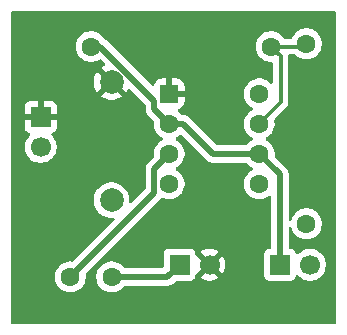
<source format=gbr>
%TF.GenerationSoftware,KiCad,Pcbnew,9.0.6*%
%TF.CreationDate,2026-01-01T03:20:53+05:30*%
%TF.ProjectId,Stem_Toy,5374656d-5f54-46f7-992e-6b696361645f,rev?*%
%TF.SameCoordinates,Original*%
%TF.FileFunction,Copper,L2,Bot*%
%TF.FilePolarity,Positive*%
%FSLAX46Y46*%
G04 Gerber Fmt 4.6, Leading zero omitted, Abs format (unit mm)*
G04 Created by KiCad (PCBNEW 9.0.6) date 2026-01-01 03:20:53*
%MOMM*%
%LPD*%
G01*
G04 APERTURE LIST*
G04 Aperture macros list*
%AMRoundRect*
0 Rectangle with rounded corners*
0 $1 Rounding radius*
0 $2 $3 $4 $5 $6 $7 $8 $9 X,Y pos of 4 corners*
0 Add a 4 corners polygon primitive as box body*
4,1,4,$2,$3,$4,$5,$6,$7,$8,$9,$2,$3,0*
0 Add four circle primitives for the rounded corners*
1,1,$1+$1,$2,$3*
1,1,$1+$1,$4,$5*
1,1,$1+$1,$6,$7*
1,1,$1+$1,$8,$9*
0 Add four rect primitives between the rounded corners*
20,1,$1+$1,$2,$3,$4,$5,0*
20,1,$1+$1,$4,$5,$6,$7,0*
20,1,$1+$1,$6,$7,$8,$9,0*
20,1,$1+$1,$8,$9,$2,$3,0*%
G04 Aperture macros list end*
%TA.AperFunction,ComponentPad*%
%ADD10C,1.700000*%
%TD*%
%TA.AperFunction,ComponentPad*%
%ADD11R,1.700000X1.700000*%
%TD*%
%TA.AperFunction,ComponentPad*%
%ADD12C,1.600000*%
%TD*%
%TA.AperFunction,ComponentPad*%
%ADD13RoundRect,0.250000X-0.550000X-0.550000X0.550000X-0.550000X0.550000X0.550000X-0.550000X0.550000X0*%
%TD*%
%TA.AperFunction,ComponentPad*%
%ADD14C,2.000000*%
%TD*%
%TA.AperFunction,Conductor*%
%ADD15C,0.500000*%
%TD*%
%TA.AperFunction,Conductor*%
%ADD16C,0.300000*%
%TD*%
G04 APERTURE END LIST*
D10*
%TO.P,TP3,2,2*%
%TO.N,Net-(C1-Pad1)*%
X112290000Y-107475000D03*
D11*
%TO.P,TP3,1,1*%
%TO.N,/TR*%
X109750000Y-107475000D03*
%TD*%
D10*
%TO.P,TP2,2,2*%
%TO.N,GND*%
X103790000Y-107475000D03*
D11*
%TO.P,TP2,1,1*%
%TO.N,Net-(C2-Pad2)*%
X101250000Y-107475000D03*
%TD*%
%TO.P,+BAT-,1,1*%
%TO.N,GND*%
X89500000Y-94960000D03*
D10*
%TO.P,+BAT-,2,2*%
%TO.N,VCC*%
X89500000Y-97500000D03*
%TD*%
D12*
%TO.P,IC 555,8,VCC*%
%TO.N,VCC*%
X108000000Y-93000000D03*
%TO.P,IC 555,7,DIS*%
%TO.N,/DIS*%
X108000000Y-95540000D03*
%TO.P,IC 555,6,THR*%
%TO.N,/TR*%
X108000000Y-98080000D03*
%TO.P,IC 555,5,CV*%
%TO.N,unconnected-(U1-CV-Pad5)*%
X108000000Y-100620000D03*
%TO.P,IC 555,4,R*%
%TO.N,VCC*%
X100380000Y-100620000D03*
%TO.P,IC 555,3,Q*%
%TO.N,/OUt*%
X100380000Y-98080000D03*
%TO.P,IC 555,2,TR*%
%TO.N,/TR*%
X100380000Y-95540000D03*
D13*
%TO.P,IC 555,1,GND*%
%TO.N,GND*%
X100380000Y-93000000D03*
%TD*%
D14*
%TO.P,1nF,2*%
%TO.N,GND*%
X95500000Y-92000000D03*
%TO.P,1nF,1*%
%TO.N,Net-(C1-Pad1)*%
X95500000Y-102000000D03*
%TD*%
D12*
%TO.P,10K,2*%
%TO.N,/DIS*%
X112000000Y-88760000D03*
%TO.P,10K,1*%
%TO.N,VCC*%
X112000000Y-104000000D03*
%TD*%
%TO.P,100uF,2*%
%TO.N,Net-(C2-Pad2)*%
X95500000Y-108500000D03*
%TO.P,100uF,1*%
%TO.N,/OUt*%
X92000000Y-108500000D03*
%TD*%
%TO.P,1K,2*%
%TO.N,/TR*%
X93760000Y-89000000D03*
%TO.P,1K,1*%
%TO.N,/DIS*%
X109000000Y-89000000D03*
%TD*%
D15*
%TO.N,Net-(C2-Pad2)*%
X100225000Y-108500000D02*
X101250000Y-107475000D01*
X95500000Y-108500000D02*
X100225000Y-108500000D01*
%TO.N,/OUt*%
X99129000Y-99331000D02*
X100380000Y-98080000D01*
X99129000Y-101371000D02*
X99129000Y-99331000D01*
X92000000Y-108500000D02*
X99129000Y-101371000D01*
D16*
%TO.N,/DIS*%
X111760000Y-89000000D02*
X112000000Y-88760000D01*
X109000000Y-89000000D02*
X111760000Y-89000000D01*
X109799999Y-93740001D02*
X108000000Y-95540000D01*
X109799999Y-89799999D02*
X109799999Y-93740001D01*
X109000000Y-89000000D02*
X109799999Y-89799999D01*
D15*
%TO.N,/TR*%
X109750000Y-99830000D02*
X109750000Y-107475000D01*
X108000000Y-98080000D02*
X109750000Y-99830000D01*
X104080000Y-98080000D02*
X108000000Y-98080000D01*
X101540000Y-95540000D02*
X104080000Y-98080000D01*
X100380000Y-95540000D02*
X101540000Y-95540000D01*
X99129000Y-94289000D02*
X100380000Y-95540000D01*
X94552024Y-89000000D02*
X99129000Y-93576976D01*
X99129000Y-93576976D02*
X99129000Y-94289000D01*
X93760000Y-89000000D02*
X94552024Y-89000000D01*
%TD*%
%TA.AperFunction,Conductor*%
%TO.N,GND*%
G36*
X114442539Y-86020185D02*
G01*
X114488294Y-86072989D01*
X114499500Y-86124500D01*
X114499500Y-112375500D01*
X114479815Y-112442539D01*
X114427011Y-112488294D01*
X114375500Y-112499500D01*
X87124500Y-112499500D01*
X87057461Y-112479815D01*
X87011706Y-112427011D01*
X87000500Y-112375500D01*
X87000500Y-108397648D01*
X90699500Y-108397648D01*
X90699500Y-108602351D01*
X90731522Y-108804534D01*
X90794781Y-108999223D01*
X90887715Y-109181613D01*
X91008028Y-109347213D01*
X91152786Y-109491971D01*
X91307749Y-109604556D01*
X91318390Y-109612287D01*
X91434607Y-109671503D01*
X91500776Y-109705218D01*
X91500778Y-109705218D01*
X91500781Y-109705220D01*
X91605137Y-109739127D01*
X91695465Y-109768477D01*
X91796557Y-109784488D01*
X91897648Y-109800500D01*
X91897649Y-109800500D01*
X92102351Y-109800500D01*
X92102352Y-109800500D01*
X92304534Y-109768477D01*
X92499219Y-109705220D01*
X92681610Y-109612287D01*
X92774590Y-109544732D01*
X92847213Y-109491971D01*
X92847215Y-109491968D01*
X92847219Y-109491966D01*
X92991966Y-109347219D01*
X92991968Y-109347215D01*
X92991971Y-109347213D01*
X93062236Y-109250500D01*
X93112287Y-109181610D01*
X93205220Y-108999219D01*
X93268477Y-108804534D01*
X93300500Y-108602352D01*
X93300500Y-108397648D01*
X94199500Y-108397648D01*
X94199500Y-108602351D01*
X94231522Y-108804534D01*
X94294781Y-108999223D01*
X94387715Y-109181613D01*
X94508028Y-109347213D01*
X94652786Y-109491971D01*
X94807749Y-109604556D01*
X94818390Y-109612287D01*
X94934607Y-109671503D01*
X95000776Y-109705218D01*
X95000778Y-109705218D01*
X95000781Y-109705220D01*
X95105137Y-109739127D01*
X95195465Y-109768477D01*
X95296557Y-109784488D01*
X95397648Y-109800500D01*
X95397649Y-109800500D01*
X95602351Y-109800500D01*
X95602352Y-109800500D01*
X95804534Y-109768477D01*
X95999219Y-109705220D01*
X96181610Y-109612287D01*
X96274590Y-109544732D01*
X96347213Y-109491971D01*
X96347215Y-109491968D01*
X96347219Y-109491966D01*
X96491966Y-109347219D01*
X96494650Y-109343524D01*
X96525100Y-109301615D01*
X96580429Y-109258949D01*
X96625418Y-109250500D01*
X100298920Y-109250500D01*
X100396462Y-109231096D01*
X100443913Y-109221658D01*
X100580495Y-109165084D01*
X100629729Y-109132186D01*
X100703416Y-109082952D01*
X100924549Y-108861817D01*
X100985872Y-108828333D01*
X101012230Y-108825499D01*
X102147871Y-108825499D01*
X102147872Y-108825499D01*
X102207483Y-108819091D01*
X102342331Y-108768796D01*
X102457546Y-108682546D01*
X102543796Y-108567331D01*
X102594091Y-108432483D01*
X102600500Y-108372873D01*
X102600499Y-108348979D01*
X102603330Y-108335963D01*
X102613940Y-108316525D01*
X102620179Y-108295275D01*
X102636803Y-108274643D01*
X102636808Y-108274636D01*
X102636811Y-108274634D01*
X102636818Y-108274626D01*
X103307037Y-107604408D01*
X103324075Y-107667993D01*
X103389901Y-107782007D01*
X103482993Y-107875099D01*
X103597007Y-107940925D01*
X103660590Y-107957962D01*
X103028282Y-108590269D01*
X103028282Y-108590270D01*
X103082449Y-108629624D01*
X103271782Y-108726095D01*
X103473870Y-108791757D01*
X103683754Y-108825000D01*
X103896246Y-108825000D01*
X104106127Y-108791757D01*
X104106130Y-108791757D01*
X104308217Y-108726095D01*
X104497554Y-108629622D01*
X104551716Y-108590270D01*
X104551717Y-108590270D01*
X103919408Y-107957962D01*
X103982993Y-107940925D01*
X104097007Y-107875099D01*
X104190099Y-107782007D01*
X104255925Y-107667993D01*
X104272962Y-107604408D01*
X104905270Y-108236717D01*
X104905270Y-108236716D01*
X104944622Y-108182554D01*
X105041095Y-107993217D01*
X105106757Y-107791130D01*
X105106757Y-107791127D01*
X105140000Y-107581246D01*
X105140000Y-107368753D01*
X105106757Y-107158872D01*
X105106757Y-107158869D01*
X105041095Y-106956782D01*
X104944624Y-106767449D01*
X104905270Y-106713282D01*
X104905269Y-106713282D01*
X104272962Y-107345590D01*
X104255925Y-107282007D01*
X104190099Y-107167993D01*
X104097007Y-107074901D01*
X103982993Y-107009075D01*
X103919409Y-106992037D01*
X104551716Y-106359728D01*
X104497550Y-106320375D01*
X104308217Y-106223904D01*
X104106129Y-106158242D01*
X103896246Y-106125000D01*
X103683754Y-106125000D01*
X103473872Y-106158242D01*
X103473869Y-106158242D01*
X103271782Y-106223904D01*
X103082439Y-106320380D01*
X103028282Y-106359727D01*
X103028282Y-106359728D01*
X103660591Y-106992037D01*
X103597007Y-107009075D01*
X103482993Y-107074901D01*
X103389901Y-107167993D01*
X103324075Y-107282007D01*
X103307037Y-107345591D01*
X102636818Y-106675372D01*
X102603333Y-106614049D01*
X102603330Y-106614036D01*
X102600499Y-106601015D01*
X102600499Y-106577128D01*
X102594091Y-106517517D01*
X102565926Y-106442002D01*
X102543798Y-106382673D01*
X102543793Y-106382664D01*
X102457547Y-106267455D01*
X102457544Y-106267452D01*
X102342335Y-106181206D01*
X102342328Y-106181202D01*
X102207482Y-106130908D01*
X102207483Y-106130908D01*
X102147883Y-106124501D01*
X102147881Y-106124500D01*
X102147873Y-106124500D01*
X102147864Y-106124500D01*
X100352129Y-106124500D01*
X100352123Y-106124501D01*
X100292516Y-106130908D01*
X100157671Y-106181202D01*
X100157664Y-106181206D01*
X100042455Y-106267452D01*
X100042452Y-106267455D01*
X99956206Y-106382664D01*
X99956202Y-106382671D01*
X99905908Y-106517517D01*
X99901510Y-106558431D01*
X99899500Y-106577127D01*
X99899500Y-107158872D01*
X99899501Y-107625500D01*
X99879817Y-107692539D01*
X99827013Y-107738294D01*
X99775501Y-107749500D01*
X96625418Y-107749500D01*
X96558379Y-107729815D01*
X96525100Y-107698385D01*
X96491971Y-107652787D01*
X96491967Y-107652782D01*
X96347213Y-107508028D01*
X96181613Y-107387715D01*
X96181612Y-107387714D01*
X96181610Y-107387713D01*
X96124653Y-107358691D01*
X95999223Y-107294781D01*
X95804534Y-107231522D01*
X95629995Y-107203878D01*
X95602352Y-107199500D01*
X95397648Y-107199500D01*
X95373329Y-107203351D01*
X95195465Y-107231522D01*
X95000776Y-107294781D01*
X94818386Y-107387715D01*
X94652786Y-107508028D01*
X94508028Y-107652786D01*
X94387715Y-107818386D01*
X94294781Y-108000776D01*
X94231522Y-108195465D01*
X94199500Y-108397648D01*
X93300500Y-108397648D01*
X93291570Y-108341271D01*
X93291479Y-108340652D01*
X93296240Y-108306683D01*
X93300635Y-108272679D01*
X93301104Y-108271992D01*
X93301179Y-108271459D01*
X93302593Y-108269815D01*
X93326470Y-108234895D01*
X99711951Y-101849416D01*
X99711958Y-101849404D01*
X99712444Y-101848814D01*
X99712789Y-101848578D01*
X99716259Y-101845109D01*
X99716916Y-101845766D01*
X99770183Y-101809470D01*
X99840027Y-101807587D01*
X99864597Y-101816973D01*
X99880781Y-101825220D01*
X99978123Y-101856848D01*
X100075465Y-101888477D01*
X100176557Y-101904488D01*
X100277648Y-101920500D01*
X100277649Y-101920500D01*
X100482351Y-101920500D01*
X100482352Y-101920500D01*
X100684534Y-101888477D01*
X100879219Y-101825220D01*
X101061610Y-101732287D01*
X101176754Y-101648631D01*
X101227213Y-101611971D01*
X101227215Y-101611968D01*
X101227219Y-101611966D01*
X101371966Y-101467219D01*
X101371968Y-101467215D01*
X101371971Y-101467213D01*
X101424732Y-101394590D01*
X101492287Y-101301610D01*
X101585220Y-101119219D01*
X101648477Y-100924534D01*
X101680500Y-100722352D01*
X101680500Y-100517648D01*
X101648477Y-100315466D01*
X101585220Y-100120781D01*
X101585218Y-100120778D01*
X101585218Y-100120776D01*
X101551503Y-100054607D01*
X101492287Y-99938390D01*
X101484556Y-99927749D01*
X101371971Y-99772786D01*
X101227213Y-99628028D01*
X101061614Y-99507715D01*
X101055006Y-99504348D01*
X100968917Y-99460483D01*
X100918123Y-99412511D01*
X100901328Y-99344690D01*
X100923865Y-99278555D01*
X100968917Y-99239516D01*
X101061610Y-99192287D01*
X101171997Y-99112087D01*
X101227213Y-99071971D01*
X101227215Y-99071968D01*
X101227219Y-99071966D01*
X101371966Y-98927219D01*
X101371968Y-98927215D01*
X101371971Y-98927213D01*
X101451865Y-98817246D01*
X101492287Y-98761610D01*
X101585220Y-98579219D01*
X101648477Y-98384534D01*
X101680500Y-98182352D01*
X101680500Y-97977648D01*
X101648477Y-97775466D01*
X101585220Y-97580781D01*
X101585218Y-97580778D01*
X101585218Y-97580776D01*
X101551503Y-97514607D01*
X101492287Y-97398390D01*
X101442236Y-97329500D01*
X101371971Y-97232786D01*
X101227213Y-97088028D01*
X101061614Y-96967715D01*
X101055006Y-96964348D01*
X100968917Y-96920483D01*
X100918123Y-96872511D01*
X100901328Y-96804690D01*
X100923865Y-96738555D01*
X100968917Y-96699516D01*
X101061610Y-96652287D01*
X101105754Y-96620215D01*
X101227213Y-96531971D01*
X101227215Y-96531968D01*
X101227219Y-96531966D01*
X101261227Y-96497957D01*
X101322548Y-96464472D01*
X101392240Y-96469456D01*
X101436589Y-96497957D01*
X103497048Y-98558415D01*
X103497049Y-98558416D01*
X103593681Y-98655048D01*
X103601585Y-98662952D01*
X103724498Y-98745080D01*
X103724511Y-98745087D01*
X103861082Y-98801656D01*
X103861087Y-98801658D01*
X103861091Y-98801658D01*
X103861092Y-98801659D01*
X104006079Y-98830500D01*
X104006082Y-98830500D01*
X106874582Y-98830500D01*
X106941621Y-98850185D01*
X106974900Y-98881615D01*
X107008028Y-98927212D01*
X107008032Y-98927217D01*
X107152786Y-99071971D01*
X107307749Y-99184556D01*
X107318390Y-99192287D01*
X107409840Y-99238883D01*
X107411080Y-99239515D01*
X107461876Y-99287490D01*
X107478671Y-99355311D01*
X107456134Y-99421446D01*
X107411080Y-99460485D01*
X107318386Y-99507715D01*
X107152786Y-99628028D01*
X107008028Y-99772786D01*
X106887715Y-99938386D01*
X106794781Y-100120776D01*
X106731522Y-100315465D01*
X106699500Y-100517648D01*
X106699500Y-100722351D01*
X106731522Y-100924534D01*
X106794781Y-101119223D01*
X106887715Y-101301613D01*
X107008028Y-101467213D01*
X107152786Y-101611971D01*
X107255816Y-101686825D01*
X107318390Y-101732287D01*
X107434607Y-101791503D01*
X107500776Y-101825218D01*
X107500778Y-101825218D01*
X107500781Y-101825220D01*
X107605137Y-101859127D01*
X107695465Y-101888477D01*
X107796557Y-101904488D01*
X107897648Y-101920500D01*
X107897649Y-101920500D01*
X108102351Y-101920500D01*
X108102352Y-101920500D01*
X108304534Y-101888477D01*
X108499219Y-101825220D01*
X108681610Y-101732287D01*
X108753451Y-101680091D01*
X108802615Y-101644373D01*
X108868421Y-101620893D01*
X108936475Y-101636719D01*
X108985170Y-101686825D01*
X108999500Y-101744691D01*
X108999500Y-106000500D01*
X108979815Y-106067539D01*
X108927011Y-106113294D01*
X108875505Y-106124500D01*
X108852132Y-106124500D01*
X108852123Y-106124501D01*
X108792516Y-106130908D01*
X108657671Y-106181202D01*
X108657664Y-106181206D01*
X108542455Y-106267452D01*
X108542452Y-106267455D01*
X108456206Y-106382664D01*
X108456202Y-106382671D01*
X108405908Y-106517517D01*
X108399501Y-106577116D01*
X108399500Y-106577135D01*
X108399500Y-108372870D01*
X108399501Y-108372876D01*
X108405908Y-108432483D01*
X108456202Y-108567328D01*
X108456206Y-108567335D01*
X108542452Y-108682544D01*
X108542455Y-108682547D01*
X108657664Y-108768793D01*
X108657671Y-108768797D01*
X108792517Y-108819091D01*
X108792516Y-108819091D01*
X108799444Y-108819835D01*
X108852127Y-108825500D01*
X110647872Y-108825499D01*
X110707483Y-108819091D01*
X110842331Y-108768796D01*
X110957546Y-108682546D01*
X111043796Y-108567331D01*
X111092810Y-108435916D01*
X111134681Y-108379984D01*
X111200145Y-108355566D01*
X111268418Y-108370417D01*
X111296673Y-108391569D01*
X111410213Y-108505109D01*
X111582179Y-108630048D01*
X111582181Y-108630049D01*
X111582184Y-108630051D01*
X111771588Y-108726557D01*
X111973757Y-108792246D01*
X112183713Y-108825500D01*
X112183714Y-108825500D01*
X112396286Y-108825500D01*
X112396287Y-108825500D01*
X112606243Y-108792246D01*
X112808412Y-108726557D01*
X112997816Y-108630051D01*
X113084138Y-108567335D01*
X113169786Y-108505109D01*
X113169788Y-108505106D01*
X113169792Y-108505104D01*
X113320104Y-108354792D01*
X113320106Y-108354788D01*
X113320109Y-108354786D01*
X113445048Y-108182820D01*
X113445047Y-108182820D01*
X113445051Y-108182816D01*
X113541557Y-107993412D01*
X113607246Y-107791243D01*
X113640500Y-107581287D01*
X113640500Y-107368713D01*
X113607246Y-107158757D01*
X113541557Y-106956588D01*
X113445051Y-106767184D01*
X113445049Y-106767181D01*
X113445048Y-106767179D01*
X113320109Y-106595213D01*
X113169786Y-106444890D01*
X112997820Y-106319951D01*
X112808414Y-106223444D01*
X112808413Y-106223443D01*
X112808412Y-106223443D01*
X112606243Y-106157754D01*
X112606241Y-106157753D01*
X112606240Y-106157753D01*
X112444957Y-106132208D01*
X112396287Y-106124500D01*
X112183713Y-106124500D01*
X112135042Y-106132208D01*
X111973760Y-106157753D01*
X111771585Y-106223444D01*
X111582179Y-106319951D01*
X111410215Y-106444889D01*
X111296673Y-106558431D01*
X111235350Y-106591915D01*
X111165658Y-106586931D01*
X111109725Y-106545059D01*
X111092810Y-106514082D01*
X111043797Y-106382671D01*
X111043793Y-106382664D01*
X110957547Y-106267455D01*
X110957544Y-106267452D01*
X110842335Y-106181206D01*
X110842328Y-106181202D01*
X110707482Y-106130908D01*
X110707483Y-106130908D01*
X110647883Y-106124501D01*
X110647881Y-106124500D01*
X110647873Y-106124500D01*
X110647865Y-106124500D01*
X110624500Y-106124500D01*
X110557461Y-106104815D01*
X110511706Y-106052011D01*
X110500500Y-106000500D01*
X110500500Y-104376424D01*
X110520185Y-104309385D01*
X110572989Y-104263630D01*
X110642147Y-104253686D01*
X110705703Y-104282711D01*
X110742431Y-104338106D01*
X110794781Y-104499221D01*
X110887715Y-104681613D01*
X111008028Y-104847213D01*
X111152786Y-104991971D01*
X111307749Y-105104556D01*
X111318390Y-105112287D01*
X111434607Y-105171503D01*
X111500776Y-105205218D01*
X111500778Y-105205218D01*
X111500781Y-105205220D01*
X111605137Y-105239127D01*
X111695465Y-105268477D01*
X111796557Y-105284488D01*
X111897648Y-105300500D01*
X111897649Y-105300500D01*
X112102351Y-105300500D01*
X112102352Y-105300500D01*
X112304534Y-105268477D01*
X112499219Y-105205220D01*
X112681610Y-105112287D01*
X112774590Y-105044732D01*
X112847213Y-104991971D01*
X112847215Y-104991968D01*
X112847219Y-104991966D01*
X112991966Y-104847219D01*
X112991968Y-104847215D01*
X112991971Y-104847213D01*
X113044732Y-104774590D01*
X113112287Y-104681610D01*
X113205220Y-104499219D01*
X113268477Y-104304534D01*
X113300500Y-104102352D01*
X113300500Y-103897648D01*
X113268477Y-103695465D01*
X113205218Y-103500776D01*
X113155912Y-103404009D01*
X113112287Y-103318390D01*
X113086824Y-103283343D01*
X112991971Y-103152786D01*
X112847213Y-103008028D01*
X112681613Y-102887715D01*
X112681612Y-102887714D01*
X112681610Y-102887713D01*
X112624653Y-102858691D01*
X112499223Y-102794781D01*
X112304534Y-102731522D01*
X112129995Y-102703878D01*
X112102352Y-102699500D01*
X111897648Y-102699500D01*
X111873329Y-102703351D01*
X111695465Y-102731522D01*
X111500776Y-102794781D01*
X111318386Y-102887715D01*
X111152786Y-103008028D01*
X111008028Y-103152786D01*
X110887715Y-103318386D01*
X110794781Y-103500776D01*
X110742431Y-103661894D01*
X110702993Y-103719569D01*
X110638634Y-103746767D01*
X110569788Y-103734852D01*
X110518312Y-103687608D01*
X110500500Y-103623575D01*
X110500500Y-99756079D01*
X110488166Y-99694075D01*
X110488165Y-99694074D01*
X110486658Y-99686494D01*
X110471659Y-99611088D01*
X110415701Y-99475995D01*
X110415327Y-99474870D01*
X110415084Y-99474506D01*
X110415084Y-99474505D01*
X110368587Y-99404917D01*
X110350769Y-99378250D01*
X110332954Y-99351586D01*
X109326473Y-98345105D01*
X109292988Y-98283782D01*
X109291681Y-98238026D01*
X109300500Y-98182352D01*
X109300500Y-97977648D01*
X109268477Y-97775466D01*
X109205220Y-97580781D01*
X109205218Y-97580778D01*
X109205218Y-97580776D01*
X109171503Y-97514607D01*
X109112287Y-97398390D01*
X109062236Y-97329500D01*
X108991971Y-97232786D01*
X108847213Y-97088028D01*
X108681614Y-96967715D01*
X108675006Y-96964348D01*
X108588917Y-96920483D01*
X108538123Y-96872511D01*
X108521328Y-96804690D01*
X108543865Y-96738555D01*
X108588917Y-96699516D01*
X108681610Y-96652287D01*
X108725754Y-96620215D01*
X108847213Y-96531971D01*
X108847215Y-96531968D01*
X108847219Y-96531966D01*
X108991966Y-96387219D01*
X108991968Y-96387215D01*
X108991971Y-96387213D01*
X109053574Y-96302422D01*
X109112287Y-96221610D01*
X109205220Y-96039219D01*
X109268477Y-95844534D01*
X109300500Y-95642352D01*
X109300500Y-95437648D01*
X109288217Y-95360099D01*
X109272345Y-95259887D01*
X109281300Y-95190594D01*
X109307137Y-95152808D01*
X110305271Y-94154675D01*
X110305272Y-94154674D01*
X110305272Y-94154673D01*
X110305276Y-94154670D01*
X110376464Y-94048128D01*
X110425500Y-93929745D01*
X110437559Y-93869124D01*
X110438201Y-93865895D01*
X110438201Y-93865893D01*
X110450499Y-93804071D01*
X110450499Y-89774500D01*
X110470184Y-89707461D01*
X110522988Y-89661706D01*
X110574499Y-89650500D01*
X110999953Y-89650500D01*
X111066992Y-89670185D01*
X111087634Y-89686819D01*
X111152786Y-89751971D01*
X111307749Y-89864556D01*
X111318390Y-89872287D01*
X111434607Y-89931503D01*
X111500776Y-89965218D01*
X111500778Y-89965218D01*
X111500781Y-89965220D01*
X111583097Y-89991966D01*
X111695465Y-90028477D01*
X111795979Y-90044397D01*
X111897648Y-90060500D01*
X111897649Y-90060500D01*
X112102351Y-90060500D01*
X112102352Y-90060500D01*
X112304534Y-90028477D01*
X112499219Y-89965220D01*
X112681610Y-89872287D01*
X112774590Y-89804732D01*
X112847213Y-89751971D01*
X112847215Y-89751968D01*
X112847219Y-89751966D01*
X112991966Y-89607219D01*
X112991968Y-89607215D01*
X112991971Y-89607213D01*
X113070432Y-89499219D01*
X113112287Y-89441610D01*
X113205220Y-89259219D01*
X113268477Y-89064534D01*
X113300500Y-88862352D01*
X113300500Y-88657648D01*
X113268477Y-88455466D01*
X113205220Y-88260781D01*
X113205218Y-88260777D01*
X113205218Y-88260776D01*
X113171503Y-88194607D01*
X113112287Y-88078390D01*
X113061171Y-88008034D01*
X112991971Y-87912786D01*
X112847213Y-87768028D01*
X112681613Y-87647715D01*
X112681612Y-87647714D01*
X112681610Y-87647713D01*
X112624653Y-87618691D01*
X112499223Y-87554781D01*
X112304534Y-87491522D01*
X112129995Y-87463878D01*
X112102352Y-87459500D01*
X111897648Y-87459500D01*
X111873329Y-87463351D01*
X111695465Y-87491522D01*
X111500776Y-87554781D01*
X111318386Y-87647715D01*
X111152786Y-87768028D01*
X111008028Y-87912786D01*
X110887715Y-88078386D01*
X110794781Y-88260777D01*
X110793791Y-88263826D01*
X110793100Y-88264835D01*
X110792919Y-88265274D01*
X110792826Y-88265235D01*
X110754349Y-88321499D01*
X110689989Y-88348693D01*
X110675862Y-88349500D01*
X110198071Y-88349500D01*
X110131032Y-88329815D01*
X110097754Y-88298386D01*
X109991966Y-88152781D01*
X109847219Y-88008034D01*
X109847213Y-88008028D01*
X109681613Y-87887715D01*
X109681612Y-87887714D01*
X109681610Y-87887713D01*
X109624653Y-87858691D01*
X109499223Y-87794781D01*
X109304534Y-87731522D01*
X109129995Y-87703878D01*
X109102352Y-87699500D01*
X108897648Y-87699500D01*
X108873329Y-87703351D01*
X108695465Y-87731522D01*
X108500776Y-87794781D01*
X108318386Y-87887715D01*
X108152786Y-88008028D01*
X108008028Y-88152786D01*
X107887715Y-88318386D01*
X107794781Y-88500776D01*
X107731522Y-88695465D01*
X107699500Y-88897648D01*
X107699500Y-89102351D01*
X107731522Y-89304534D01*
X107794781Y-89499223D01*
X107849806Y-89607213D01*
X107877571Y-89661706D01*
X107887715Y-89681613D01*
X108008028Y-89847213D01*
X108152786Y-89991971D01*
X108278309Y-90083167D01*
X108318390Y-90112287D01*
X108434607Y-90171503D01*
X108500776Y-90205218D01*
X108500778Y-90205218D01*
X108500781Y-90205220D01*
X108605137Y-90239127D01*
X108695465Y-90268477D01*
X108796557Y-90284488D01*
X108897648Y-90300500D01*
X108897649Y-90300500D01*
X109025499Y-90300500D01*
X109092538Y-90320185D01*
X109138293Y-90372989D01*
X109149499Y-90424500D01*
X109149499Y-92010952D01*
X109129814Y-92077991D01*
X109077010Y-92123746D01*
X109007852Y-92133690D01*
X108944296Y-92104665D01*
X108937818Y-92098633D01*
X108847213Y-92008028D01*
X108681613Y-91887715D01*
X108681612Y-91887714D01*
X108681610Y-91887713D01*
X108622675Y-91857684D01*
X108499223Y-91794781D01*
X108304534Y-91731522D01*
X108129995Y-91703878D01*
X108102352Y-91699500D01*
X107897648Y-91699500D01*
X107873329Y-91703351D01*
X107695465Y-91731522D01*
X107500776Y-91794781D01*
X107318386Y-91887715D01*
X107152786Y-92008028D01*
X107008028Y-92152786D01*
X106887715Y-92318386D01*
X106794781Y-92500776D01*
X106731522Y-92695465D01*
X106699500Y-92897648D01*
X106699500Y-93102351D01*
X106731522Y-93304534D01*
X106794781Y-93499223D01*
X106887715Y-93681613D01*
X107008028Y-93847213D01*
X107152786Y-93991971D01*
X107307749Y-94104556D01*
X107318390Y-94112287D01*
X107401571Y-94154670D01*
X107411080Y-94159515D01*
X107461876Y-94207490D01*
X107478671Y-94275311D01*
X107456134Y-94341446D01*
X107411080Y-94380485D01*
X107318386Y-94427715D01*
X107152786Y-94548028D01*
X107152782Y-94548032D01*
X107008034Y-94692781D01*
X107008032Y-94692783D01*
X106887715Y-94858386D01*
X106794781Y-95040776D01*
X106731522Y-95235465D01*
X106699500Y-95437648D01*
X106699500Y-95642351D01*
X106731522Y-95844534D01*
X106794781Y-96039223D01*
X106887715Y-96221613D01*
X107008028Y-96387213D01*
X107152786Y-96531971D01*
X107274246Y-96620215D01*
X107318390Y-96652287D01*
X107409840Y-96698883D01*
X107411080Y-96699515D01*
X107461876Y-96747490D01*
X107478671Y-96815311D01*
X107456134Y-96881446D01*
X107411080Y-96920485D01*
X107318386Y-96967715D01*
X107152786Y-97088028D01*
X107008032Y-97232782D01*
X107008028Y-97232787D01*
X106974900Y-97278385D01*
X106919571Y-97321051D01*
X106874582Y-97329500D01*
X104442229Y-97329500D01*
X104375190Y-97309815D01*
X104354548Y-97293181D01*
X102018421Y-94957052D01*
X102018414Y-94957046D01*
X101944729Y-94907812D01*
X101944729Y-94907813D01*
X101895491Y-94874913D01*
X101758917Y-94818343D01*
X101758907Y-94818340D01*
X101613920Y-94789500D01*
X101613918Y-94789500D01*
X101505418Y-94789500D01*
X101438379Y-94769815D01*
X101405100Y-94738385D01*
X101371968Y-94692783D01*
X101227217Y-94548032D01*
X101227212Y-94548028D01*
X101133051Y-94479616D01*
X101090385Y-94424286D01*
X101084406Y-94354673D01*
X101117012Y-94292878D01*
X101166933Y-94261592D01*
X101249117Y-94234359D01*
X101249124Y-94234356D01*
X101398345Y-94142315D01*
X101522315Y-94018345D01*
X101614356Y-93869124D01*
X101614358Y-93869119D01*
X101669505Y-93702697D01*
X101669506Y-93702690D01*
X101679999Y-93599986D01*
X101680000Y-93599973D01*
X101680000Y-93250000D01*
X100695686Y-93250000D01*
X100700080Y-93245606D01*
X100752741Y-93154394D01*
X100780000Y-93052661D01*
X100780000Y-92947339D01*
X100752741Y-92845606D01*
X100700080Y-92754394D01*
X100695686Y-92750000D01*
X101679999Y-92750000D01*
X101679999Y-92400028D01*
X101679998Y-92400013D01*
X101669505Y-92297302D01*
X101614358Y-92130880D01*
X101614356Y-92130875D01*
X101522315Y-91981654D01*
X101398345Y-91857684D01*
X101249124Y-91765643D01*
X101249119Y-91765641D01*
X101082697Y-91710494D01*
X101082690Y-91710493D01*
X100979986Y-91700000D01*
X100630000Y-91700000D01*
X100630000Y-92684314D01*
X100625606Y-92679920D01*
X100534394Y-92627259D01*
X100432661Y-92600000D01*
X100327339Y-92600000D01*
X100225606Y-92627259D01*
X100134394Y-92679920D01*
X100130000Y-92684314D01*
X100130000Y-91700000D01*
X99780028Y-91700000D01*
X99780012Y-91700001D01*
X99677302Y-91710494D01*
X99510880Y-91765641D01*
X99510875Y-91765643D01*
X99361654Y-91857684D01*
X99237684Y-91981654D01*
X99145643Y-92130875D01*
X99145642Y-92130878D01*
X99108978Y-92241523D01*
X99069205Y-92298967D01*
X99004689Y-92325790D01*
X98935913Y-92313475D01*
X98903591Y-92290199D01*
X95030445Y-88417052D01*
X95030438Y-88417046D01*
X94958349Y-88368878D01*
X94958316Y-88368857D01*
X94956753Y-88367813D01*
X94907519Y-88334916D01*
X94897080Y-88330592D01*
X94888346Y-88325134D01*
X94873522Y-88308458D01*
X94853741Y-88292863D01*
X94751966Y-88152781D01*
X94607219Y-88008034D01*
X94607213Y-88008028D01*
X94441613Y-87887715D01*
X94441612Y-87887714D01*
X94441610Y-87887713D01*
X94384653Y-87858691D01*
X94259223Y-87794781D01*
X94064534Y-87731522D01*
X93889995Y-87703878D01*
X93862352Y-87699500D01*
X93657648Y-87699500D01*
X93633329Y-87703351D01*
X93455465Y-87731522D01*
X93260776Y-87794781D01*
X93078386Y-87887715D01*
X92912786Y-88008028D01*
X92768028Y-88152786D01*
X92647715Y-88318386D01*
X92554781Y-88500776D01*
X92491522Y-88695465D01*
X92459500Y-88897648D01*
X92459500Y-89102351D01*
X92491522Y-89304534D01*
X92554781Y-89499223D01*
X92609806Y-89607213D01*
X92637571Y-89661706D01*
X92647715Y-89681613D01*
X92768028Y-89847213D01*
X92912786Y-89991971D01*
X93038309Y-90083167D01*
X93078390Y-90112287D01*
X93194607Y-90171503D01*
X93260776Y-90205218D01*
X93260778Y-90205218D01*
X93260781Y-90205220D01*
X93365137Y-90239127D01*
X93455465Y-90268477D01*
X93556557Y-90284488D01*
X93657648Y-90300500D01*
X93657649Y-90300500D01*
X93862351Y-90300500D01*
X93862352Y-90300500D01*
X94064534Y-90268477D01*
X94259219Y-90205220D01*
X94441610Y-90112287D01*
X94449367Y-90106650D01*
X94515168Y-90083167D01*
X94583224Y-90098986D01*
X94609939Y-90119283D01*
X94920343Y-90429687D01*
X94953828Y-90491010D01*
X94948844Y-90560702D01*
X94906972Y-90616635D01*
X94888957Y-90627853D01*
X94713830Y-90717084D01*
X94630894Y-90777340D01*
X95370591Y-91517037D01*
X95307007Y-91534075D01*
X95192993Y-91599901D01*
X95099901Y-91692993D01*
X95034075Y-91807007D01*
X95017037Y-91870591D01*
X94277340Y-91130894D01*
X94217084Y-91213830D01*
X94109897Y-91424197D01*
X94036934Y-91648752D01*
X94000000Y-91881947D01*
X94000000Y-92118052D01*
X94036934Y-92351247D01*
X94109897Y-92575802D01*
X94217087Y-92786174D01*
X94277338Y-92869104D01*
X94277340Y-92869105D01*
X95017037Y-92129408D01*
X95034075Y-92192993D01*
X95099901Y-92307007D01*
X95192993Y-92400099D01*
X95307007Y-92465925D01*
X95370590Y-92482962D01*
X94630893Y-93222658D01*
X94713828Y-93282914D01*
X94924197Y-93390102D01*
X95148752Y-93463065D01*
X95148751Y-93463065D01*
X95381948Y-93500000D01*
X95618052Y-93500000D01*
X95851247Y-93463065D01*
X96075802Y-93390102D01*
X96286163Y-93282918D01*
X96286169Y-93282914D01*
X96369104Y-93222658D01*
X96369105Y-93222658D01*
X95629408Y-92482962D01*
X95692993Y-92465925D01*
X95807007Y-92400099D01*
X95900099Y-92307007D01*
X95965925Y-92192993D01*
X95982962Y-92129408D01*
X96722658Y-92869105D01*
X96722658Y-92869104D01*
X96782914Y-92786169D01*
X96782918Y-92786163D01*
X96872147Y-92611042D01*
X96920121Y-92560246D01*
X96987942Y-92543451D01*
X97054077Y-92565988D01*
X97070313Y-92579656D01*
X98342181Y-93851524D01*
X98375666Y-93912847D01*
X98378500Y-93939205D01*
X98378500Y-94362918D01*
X98378500Y-94362920D01*
X98378499Y-94362920D01*
X98407340Y-94507907D01*
X98407343Y-94507917D01*
X98463913Y-94644490D01*
X98463914Y-94644492D01*
X98463915Y-94644494D01*
X98463916Y-94644495D01*
X98496180Y-94692781D01*
X98546048Y-94767416D01*
X98819413Y-95040781D01*
X99053526Y-95274893D01*
X99087011Y-95336216D01*
X99088318Y-95381971D01*
X99079500Y-95437647D01*
X99079500Y-95642351D01*
X99111522Y-95844534D01*
X99174781Y-96039223D01*
X99267715Y-96221613D01*
X99388028Y-96387213D01*
X99532786Y-96531971D01*
X99654246Y-96620215D01*
X99698390Y-96652287D01*
X99789840Y-96698883D01*
X99791080Y-96699515D01*
X99841876Y-96747490D01*
X99858671Y-96815311D01*
X99836134Y-96881446D01*
X99791080Y-96920485D01*
X99698386Y-96967715D01*
X99532786Y-97088028D01*
X99388028Y-97232786D01*
X99267715Y-97398386D01*
X99174781Y-97580776D01*
X99111522Y-97775465D01*
X99079500Y-97977648D01*
X99079500Y-98182351D01*
X99088318Y-98238026D01*
X99079363Y-98307320D01*
X99053526Y-98345105D01*
X98546050Y-98852580D01*
X98546044Y-98852588D01*
X98496812Y-98926268D01*
X98496813Y-98926269D01*
X98463921Y-98975496D01*
X98463914Y-98975508D01*
X98407342Y-99112086D01*
X98407340Y-99112092D01*
X98378500Y-99257079D01*
X98378500Y-101008770D01*
X98358815Y-101075809D01*
X98342181Y-101096451D01*
X97210126Y-102228505D01*
X97148803Y-102261990D01*
X97079111Y-102257006D01*
X97023178Y-102215134D01*
X96998761Y-102149670D01*
X96999974Y-102121414D01*
X97000500Y-102118095D01*
X97000500Y-101881902D01*
X96963553Y-101648631D01*
X96904606Y-101467213D01*
X96890568Y-101424008D01*
X96890566Y-101424005D01*
X96890566Y-101424003D01*
X96783342Y-101213566D01*
X96644517Y-101022490D01*
X96477510Y-100855483D01*
X96286433Y-100716657D01*
X96075996Y-100609433D01*
X95851368Y-100536446D01*
X95618097Y-100499500D01*
X95618092Y-100499500D01*
X95381908Y-100499500D01*
X95381903Y-100499500D01*
X95148631Y-100536446D01*
X94924003Y-100609433D01*
X94713566Y-100716657D01*
X94604550Y-100795862D01*
X94522490Y-100855483D01*
X94522488Y-100855485D01*
X94522487Y-100855485D01*
X94355485Y-101022487D01*
X94355485Y-101022488D01*
X94355483Y-101022490D01*
X94301747Y-101096451D01*
X94216657Y-101213566D01*
X94109433Y-101424003D01*
X94036446Y-101648631D01*
X93999500Y-101881902D01*
X93999500Y-102118097D01*
X94036446Y-102351368D01*
X94109433Y-102575996D01*
X94172362Y-102699500D01*
X94216657Y-102786433D01*
X94355483Y-102977510D01*
X94522490Y-103144517D01*
X94713567Y-103283343D01*
X94782343Y-103318386D01*
X94924003Y-103390566D01*
X94924005Y-103390566D01*
X94924008Y-103390568D01*
X95044412Y-103429689D01*
X95148631Y-103463553D01*
X95381903Y-103500500D01*
X95381908Y-103500500D01*
X95618092Y-103500500D01*
X95621412Y-103499974D01*
X95622688Y-103500139D01*
X95622956Y-103500118D01*
X95622960Y-103500174D01*
X95690706Y-103508921D01*
X95744163Y-103553911D01*
X95764810Y-103620660D01*
X95746093Y-103687976D01*
X95728504Y-103710126D01*
X92265105Y-107173526D01*
X92203782Y-107207011D01*
X92158026Y-107208318D01*
X92102352Y-107199500D01*
X91897648Y-107199500D01*
X91873329Y-107203351D01*
X91695465Y-107231522D01*
X91500776Y-107294781D01*
X91318386Y-107387715D01*
X91152786Y-107508028D01*
X91008028Y-107652786D01*
X90887715Y-107818386D01*
X90794781Y-108000776D01*
X90731522Y-108195465D01*
X90699500Y-108397648D01*
X87000500Y-108397648D01*
X87000500Y-97393713D01*
X88149500Y-97393713D01*
X88149500Y-97606286D01*
X88182753Y-97816239D01*
X88248444Y-98018414D01*
X88344951Y-98207820D01*
X88469890Y-98379786D01*
X88620213Y-98530109D01*
X88792179Y-98655048D01*
X88792181Y-98655049D01*
X88792184Y-98655051D01*
X88981588Y-98751557D01*
X89183757Y-98817246D01*
X89393713Y-98850500D01*
X89393714Y-98850500D01*
X89606286Y-98850500D01*
X89606287Y-98850500D01*
X89816243Y-98817246D01*
X90018412Y-98751557D01*
X90207816Y-98655051D01*
X90229789Y-98639086D01*
X90379786Y-98530109D01*
X90379788Y-98530106D01*
X90379792Y-98530104D01*
X90530104Y-98379792D01*
X90530106Y-98379788D01*
X90530109Y-98379786D01*
X90655048Y-98207820D01*
X90655047Y-98207820D01*
X90655051Y-98207816D01*
X90751557Y-98018412D01*
X90817246Y-97816243D01*
X90850500Y-97606287D01*
X90850500Y-97393713D01*
X90817246Y-97183757D01*
X90751557Y-96981588D01*
X90655051Y-96792184D01*
X90655049Y-96792181D01*
X90655048Y-96792179D01*
X90530109Y-96620213D01*
X90416181Y-96506285D01*
X90382696Y-96444962D01*
X90387680Y-96375270D01*
X90429552Y-96319337D01*
X90460529Y-96302422D01*
X90592086Y-96253354D01*
X90592093Y-96253350D01*
X90707187Y-96167190D01*
X90707190Y-96167187D01*
X90793350Y-96052093D01*
X90793354Y-96052086D01*
X90843596Y-95917379D01*
X90843598Y-95917372D01*
X90849999Y-95857844D01*
X90850000Y-95857827D01*
X90850000Y-95210000D01*
X89933012Y-95210000D01*
X89965925Y-95152993D01*
X90000000Y-95025826D01*
X90000000Y-94894174D01*
X89965925Y-94767007D01*
X89933012Y-94710000D01*
X90850000Y-94710000D01*
X90850000Y-94062172D01*
X90849999Y-94062155D01*
X90843598Y-94002627D01*
X90843596Y-94002620D01*
X90793354Y-93867913D01*
X90793350Y-93867906D01*
X90707190Y-93752812D01*
X90707187Y-93752809D01*
X90592093Y-93666649D01*
X90592086Y-93666645D01*
X90457379Y-93616403D01*
X90457372Y-93616401D01*
X90397844Y-93610000D01*
X89750000Y-93610000D01*
X89750000Y-94526988D01*
X89692993Y-94494075D01*
X89565826Y-94460000D01*
X89434174Y-94460000D01*
X89307007Y-94494075D01*
X89250000Y-94526988D01*
X89250000Y-93610000D01*
X88602155Y-93610000D01*
X88542627Y-93616401D01*
X88542620Y-93616403D01*
X88407913Y-93666645D01*
X88407906Y-93666649D01*
X88292812Y-93752809D01*
X88292809Y-93752812D01*
X88206649Y-93867906D01*
X88206645Y-93867913D01*
X88156403Y-94002620D01*
X88156401Y-94002627D01*
X88150000Y-94062155D01*
X88150000Y-94710000D01*
X89066988Y-94710000D01*
X89034075Y-94767007D01*
X89000000Y-94894174D01*
X89000000Y-95025826D01*
X89034075Y-95152993D01*
X89066988Y-95210000D01*
X88150000Y-95210000D01*
X88150000Y-95857844D01*
X88156401Y-95917372D01*
X88156403Y-95917379D01*
X88206645Y-96052086D01*
X88206649Y-96052093D01*
X88292809Y-96167187D01*
X88292812Y-96167190D01*
X88407906Y-96253350D01*
X88407913Y-96253354D01*
X88539470Y-96302422D01*
X88595404Y-96344293D01*
X88619821Y-96409758D01*
X88604969Y-96478031D01*
X88583819Y-96506285D01*
X88469889Y-96620215D01*
X88344951Y-96792179D01*
X88248444Y-96981585D01*
X88182753Y-97183760D01*
X88149500Y-97393713D01*
X87000500Y-97393713D01*
X87000500Y-86124500D01*
X87020185Y-86057461D01*
X87072989Y-86011706D01*
X87124500Y-86000500D01*
X114375500Y-86000500D01*
X114442539Y-86020185D01*
G37*
%TD.AperFunction*%
%TD*%
M02*

</source>
